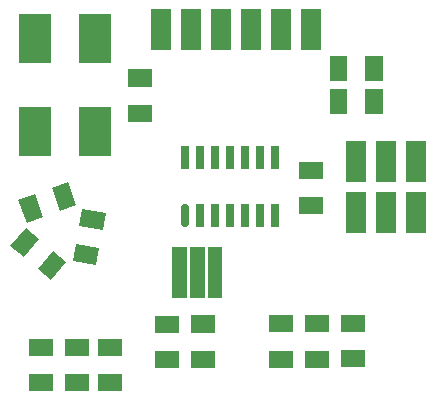
<source format=gbr>
G04 start of page 5 for group -4063 idx -4063 *
G04 Title: (unknown), componentmask *
G04 Creator: pcb 20140316 *
G04 CreationDate: Wed Mar 11 08:06:14 2015 UTC *
G04 For: frankenteddy *
G04 Format: Gerber/RS-274X *
G04 PCB-Dimensions (mil): 1889.76 1771.65 *
G04 PCB-Coordinate-Origin: lower left *
%MOIN*%
%FSLAX25Y25*%
%LNTOPMASK*%
%ADD31C,0.0001*%
%ADD30R,0.0260X0.0260*%
%ADD29C,0.0260*%
%ADD28R,0.0494X0.0494*%
%ADD27R,0.1084X0.1084*%
%ADD26R,0.0572X0.0572*%
%ADD25R,0.0660X0.0660*%
G54D25*X129000Y92665D02*Y85665D01*
X139000Y92665D02*Y85665D01*
X149000Y92665D02*Y85665D01*
X139000Y109665D02*Y102665D01*
X149000Y109665D02*Y102665D01*
G54D26*X123190Y127346D02*Y124984D01*
X135000Y127346D02*Y124984D01*
G54D25*X129000Y109665D02*Y102665D01*
G54D26*X112819Y91355D02*X115181D01*
X112819Y103165D02*X115181D01*
G54D25*X64000Y153665D02*Y146665D01*
G54D26*X55819Y133975D02*X58181D01*
G54D25*X74000Y153665D02*Y146665D01*
X84000Y153665D02*Y146665D01*
X94000Y153665D02*Y146665D01*
X104000Y153665D02*Y146665D01*
X114000Y153665D02*Y146665D01*
G54D26*X123190Y138346D02*Y135984D01*
X135000Y138346D02*Y135984D01*
G54D27*X21921Y149921D02*Y144409D01*
X42000Y149921D02*Y144409D01*
G54D28*X82000Y75268D02*Y63063D01*
X76094Y75268D02*Y63063D01*
X70189Y75268D02*Y63063D01*
G54D29*X72000Y90665D02*Y85665D01*
G54D30*X77000Y90665D02*Y85665D01*
X82000Y90665D02*Y85665D01*
X87000Y90665D02*Y85665D01*
Y110065D02*Y105065D01*
X82000Y110065D02*Y105065D01*
X77000Y110065D02*Y105065D01*
X72000Y110065D02*Y105065D01*
X92000Y90665D02*Y85665D01*
Y110065D02*Y105065D01*
X97000Y90665D02*Y85665D01*
Y110065D02*Y105065D01*
X102000Y90665D02*Y85665D01*
Y110065D02*Y105065D01*
G54D26*X126819Y40355D02*X129181D01*
X126819Y52165D02*X129181D01*
X114819Y52070D02*X117181D01*
X102819D02*X105181D01*
X114819Y40260D02*X117181D01*
X102819D02*X105181D01*
X64819Y40070D02*X67181D01*
X64819Y51880D02*X67181D01*
X76819Y51975D02*X79181D01*
X76819Y40165D02*X79181D01*
X22819Y32355D02*X25181D01*
X22819Y44165D02*X25181D01*
X34819Y32355D02*X37181D01*
X34819Y44165D02*X37181D01*
X45819Y32355D02*X48181D01*
X45819Y44165D02*X48181D01*
G54D27*X21921Y118819D02*Y113307D01*
X42000Y118819D02*Y113307D01*
G54D26*X55819Y122165D02*X58181D01*
G54D31*G36*
X32925Y99260D02*X35688Y91667D01*
X30315Y89712D01*
X27552Y97304D01*
X32925Y99260D01*
G37*
G36*
X21827Y95221D02*X24591Y87628D01*
X19218Y85672D01*
X16454Y93265D01*
X21827Y95221D01*
G37*
G36*
X37569Y90313D02*X45526Y88910D01*
X44533Y83279D01*
X36576Y84682D01*
X37569Y90313D01*
G37*
G36*
X35518Y78683D02*X43475Y77279D01*
X42482Y71648D01*
X34525Y73051D01*
X35518Y78683D01*
G37*
G36*
X22833Y70229D02*X28027Y76418D01*
X32407Y72743D01*
X27213Y66553D01*
X22833Y70229D01*
G37*
G36*
X13786Y77820D02*X18980Y84010D01*
X23360Y80334D01*
X18166Y74145D01*
X13786Y77820D01*
G37*
M02*

</source>
